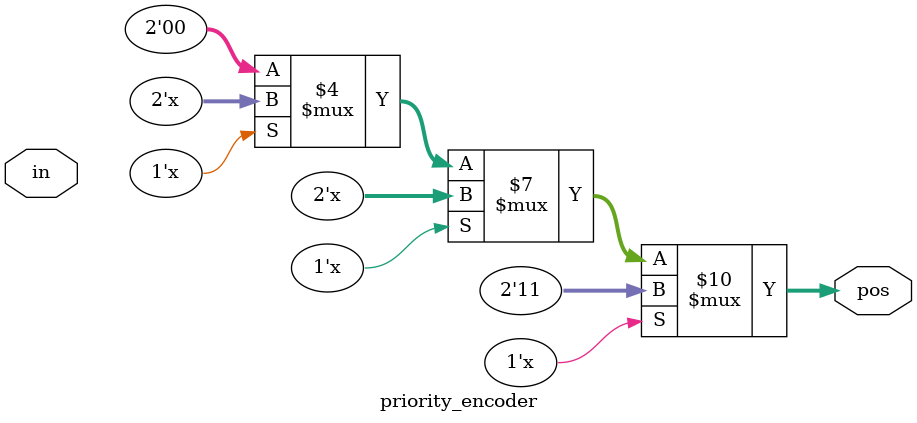
<source format=v>
module priority_encoder( 
input [2:0] in,
output reg [1:0] pos ); 
// When sel=1, assign b to out
always @(*)
begin 
	if(sel[1] && sel[2])
	pos = 2'd3;
	else if (sel[2])
	pos = 2'd2;
	else if (sel[1])
	pos = 2'd1;
	else 
	pos = 2'd0;
end
endmodule

</source>
